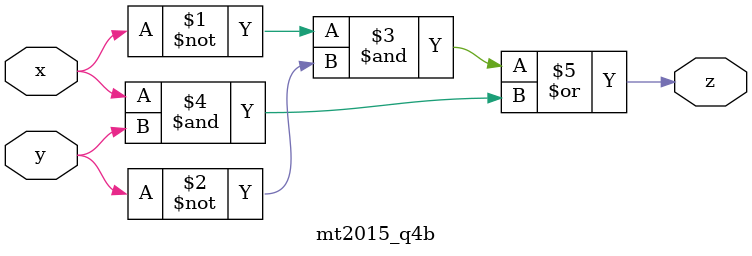
<source format=v>
module mt2015_q4b(
	input x,
	input y,
	output z
);
	// implement a circuit that realizes a given simulation waveform
	// I used the SOP approach
	assign z = (~x & ~y) | (x & y);
	
	/*
	// I realized that this was the same as the logical equality operator
	assign z = (x == y);
	*/
	
	/*
	// solution indicates that this is also an XNOR gate
	assign z = ~(x ^ y);
	*/
	
endmodule

</source>
